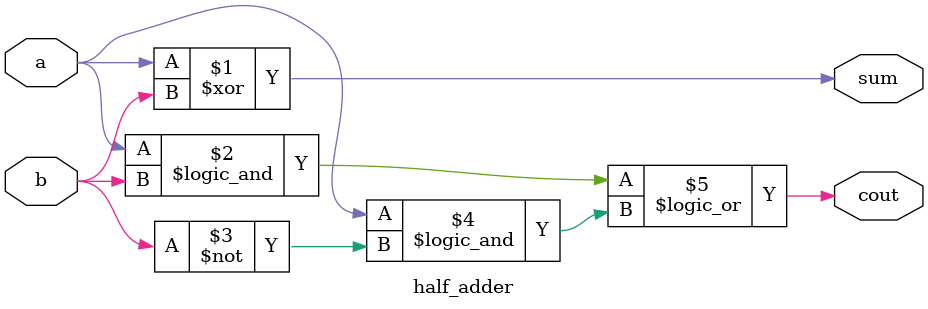
<source format=v>
module half_adder( 
input a, b,
output cout, sum );
// Full Adder, three inputs and carry out (complement)
assign sum = a ^ b;
assign cout = (a && b) || (a && ~b);
endmodule

</source>
